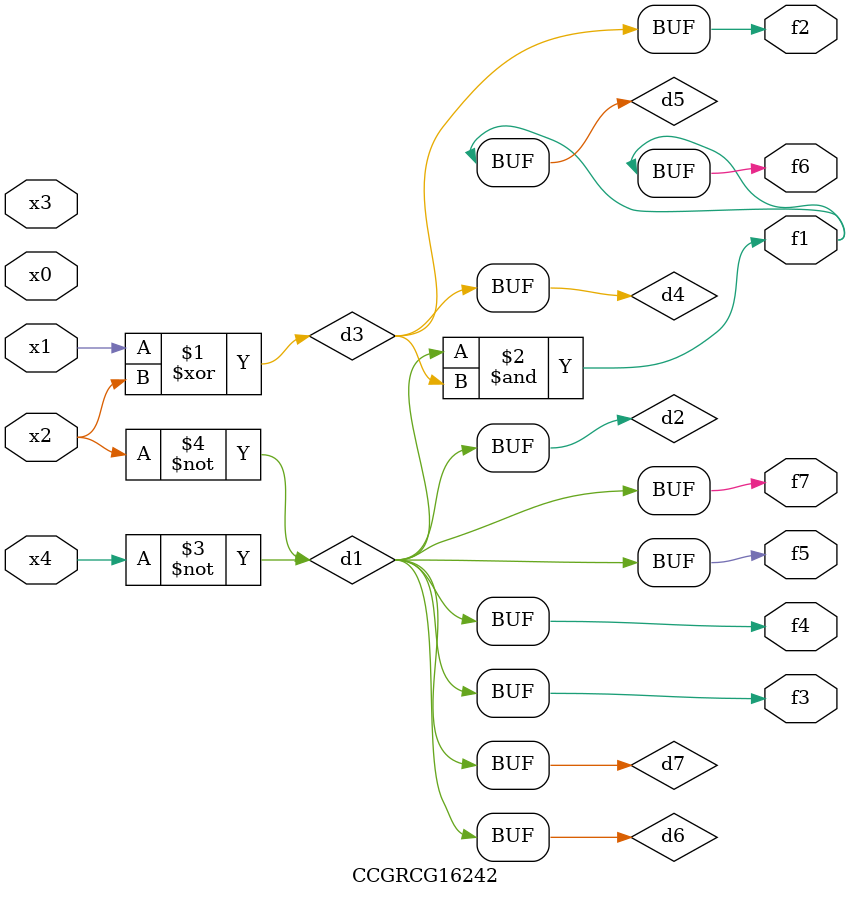
<source format=v>
module CCGRCG16242(
	input x0, x1, x2, x3, x4,
	output f1, f2, f3, f4, f5, f6, f7
);

	wire d1, d2, d3, d4, d5, d6, d7;

	not (d1, x4);
	not (d2, x2);
	xor (d3, x1, x2);
	buf (d4, d3);
	and (d5, d1, d3);
	buf (d6, d1, d2);
	buf (d7, d2);
	assign f1 = d5;
	assign f2 = d4;
	assign f3 = d7;
	assign f4 = d7;
	assign f5 = d7;
	assign f6 = d5;
	assign f7 = d7;
endmodule

</source>
